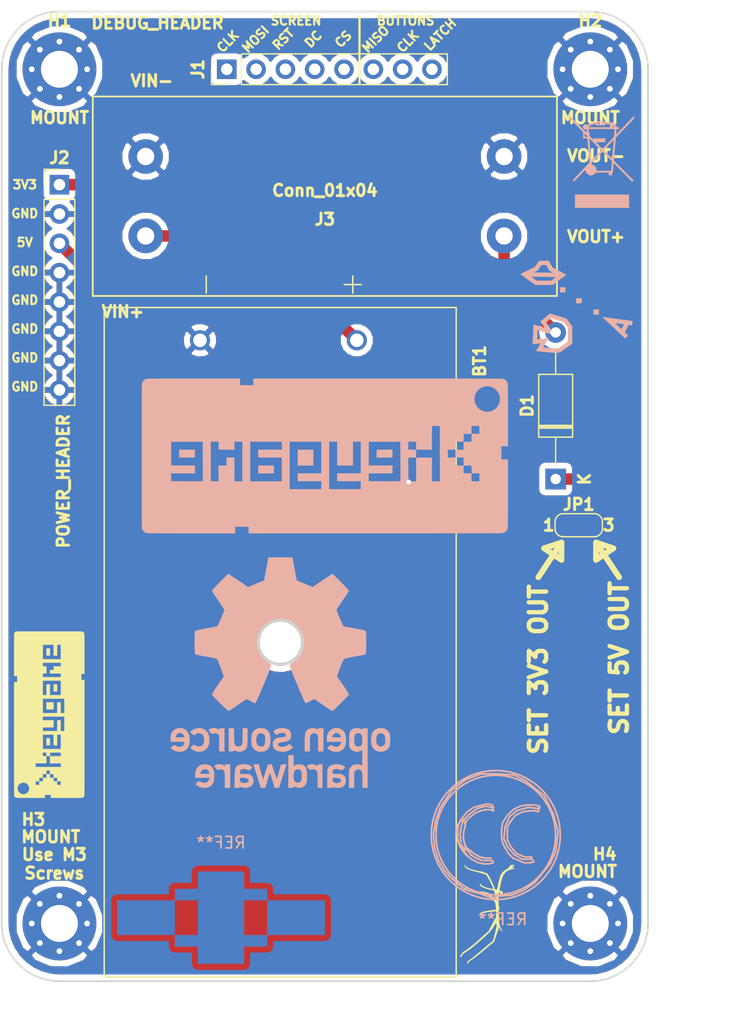
<source format=kicad_pcb>
(kicad_pcb (version 20171130) (host pcbnew 5.0.2+dfsg1-1)
  (layers (0 F.Cu signal) (31 B.Cu signal) (34 B.Paste user) (35 F.Paste user) (36 B.SilkS user) (37 F.SilkS user) (38 B.Mask user) (39 F.Mask user) (44 Edge.Cuts user))
  (net 0 "")
  (net 1 GND)
  (net 2 +3V3)
  (net 3 +5V)
  (net 4 "Net-(BT1-Pad1)")
  (net 5 "Net-(D1-Pad1)")
  (net 6 "Net-(D1-Pad2)")
  (net 7 /SCK)
  (net 8 /MOSI)
  (net 9 /SCREEN_RST)
  (net 10 /SCREEN_DC)
  (net 11 /SCREEN_CS)
  (net 12 /BUTTON_MISO)
  (net 13 /BUTTON_CLK)
  (net 14 /BUTTON_LATCH)
  (module MountingHole:MountingHole_3.2mm_M3_Pad_Via (layer F.Cu) (at 124.44 59.66)
    (fp_text reference H1 (at 0 -4.2) (layer F.SilkS) (effects (font (thickness 0.25))))
    (fp_text value MOUNT (at 0 4.2) (layer F.SilkS) (effects (font (thickness 0.25))))
    (pad 1 thru_hole circle (at 1.697056 -1.697056) (size 0.8 0.8) (drill 0.5) (layers *.Cu *.Mask) (net 1 GND))
    (pad 1 thru_hole circle (at 0 -2.4) (size 0.8 0.8) (drill 0.5) (layers *.Cu *.Mask) (net 1 GND))
    (pad 1 thru_hole circle (at -1.697056 -1.697056) (size 0.8 0.8) (drill 0.5) (layers *.Cu *.Mask) (net 1 GND))
    (pad 1 thru_hole circle (at -2.4 0) (size 0.8 0.8) (drill 0.5) (layers *.Cu *.Mask) (net 1 GND))
    (pad 1 thru_hole circle (at -1.697056 1.697056) (size 0.8 0.8) (drill 0.5) (layers *.Cu *.Mask) (net 1 GND))
    (pad 1 thru_hole circle (at 0 2.4) (size 0.8 0.8) (drill 0.5) (layers *.Cu *.Mask) (net 1 GND))
    (pad 1 thru_hole circle (at 1.697056 1.697056) (size 0.8 0.8) (drill 0.5) (layers *.Cu *.Mask) (net 1 GND))
    (pad 1 thru_hole circle (at 2.4 0) (size 0.8 0.8) (drill 0.5) (layers *.Cu *.Mask) (net 1 GND))
    (pad 1 thru_hole circle (at 0 0) (size 6.4 6.4) (drill 3.2) (layers *.Cu *.Mask) (net 1 GND))
  )
  (module MountingHole:MountingHole_3.2mm_M3_Pad_Via (layer F.Cu) (at 170.44 59.66)
    (fp_text reference H2 (at 0 -4.2) (layer F.SilkS) (effects (font (thickness 0.25))))
    (fp_text value MOUNT (at 0 4.2) (layer F.SilkS) (effects (font (thickness 0.25))))
    (pad 1 thru_hole circle (at 0 0) (size 6.4 6.4) (drill 3.2) (layers *.Cu *.Mask) (net 1 GND))
    (pad 1 thru_hole circle (at 2.4 0) (size 0.8 0.8) (drill 0.5) (layers *.Cu *.Mask) (net 1 GND))
    (pad 1 thru_hole circle (at 1.697056 1.697056) (size 0.8 0.8) (drill 0.5) (layers *.Cu *.Mask) (net 1 GND))
    (pad 1 thru_hole circle (at 0 2.4) (size 0.8 0.8) (drill 0.5) (layers *.Cu *.Mask) (net 1 GND))
    (pad 1 thru_hole circle (at -1.697056 1.697056) (size 0.8 0.8) (drill 0.5) (layers *.Cu *.Mask) (net 1 GND))
    (pad 1 thru_hole circle (at -2.4 0) (size 0.8 0.8) (drill 0.5) (layers *.Cu *.Mask) (net 1 GND))
    (pad 1 thru_hole circle (at -1.697056 -1.697056) (size 0.8 0.8) (drill 0.5) (layers *.Cu *.Mask) (net 1 GND))
    (pad 1 thru_hole circle (at 0 -2.4) (size 0.8 0.8) (drill 0.5) (layers *.Cu *.Mask) (net 1 GND))
    (pad 1 thru_hole circle (at 1.697056 -1.697056) (size 0.8 0.8) (drill 0.5) (layers *.Cu *.Mask) (net 1 GND))
  )
  (module MountingHole:MountingHole_3.2mm_M3_Pad_Via (layer F.Cu) (at 124.44 133.66)
    (fp_text reference H3 (at -2.25 -9) (layer F.SilkS) (effects (font (thickness 0.25))))
    (fp_text value MOUNT (at -0.75 -7.5) (layer F.SilkS) (effects (font (thickness 0.25))))
    (pad 1 thru_hole circle (at 1.697056 -1.697056) (size 0.8 0.8) (drill 0.5) (layers *.Cu *.Mask) (net 1 GND))
    (pad 1 thru_hole circle (at 0 -2.4) (size 0.8 0.8) (drill 0.5) (layers *.Cu *.Mask) (net 1 GND))
    (pad 1 thru_hole circle (at -1.697056 -1.697056) (size 0.8 0.8) (drill 0.5) (layers *.Cu *.Mask) (net 1 GND))
    (pad 1 thru_hole circle (at -2.4 0) (size 0.8 0.8) (drill 0.5) (layers *.Cu *.Mask) (net 1 GND))
    (pad 1 thru_hole circle (at -1.697056 1.697056) (size 0.8 0.8) (drill 0.5) (layers *.Cu *.Mask) (net 1 GND))
    (pad 1 thru_hole circle (at 0 2.4) (size 0.8 0.8) (drill 0.5) (layers *.Cu *.Mask) (net 1 GND))
    (pad 1 thru_hole circle (at 1.697056 1.697056) (size 0.8 0.8) (drill 0.5) (layers *.Cu *.Mask) (net 1 GND))
    (pad 1 thru_hole circle (at 2.4 0) (size 0.8 0.8) (drill 0.5) (layers *.Cu *.Mask) (net 1 GND))
    (pad 1 thru_hole circle (at 0 0) (size 6.4 6.4) (drill 3.2) (layers *.Cu *.Mask) (net 1 GND))
  )
  (module MountingHole:MountingHole_3.2mm_M3_Pad_Via (layer F.Cu) (at 170.44 133.66)
    (fp_text reference H4 (at 1.25 -6) (layer F.SilkS) (effects (font (thickness 0.25))))
    (fp_text value MOUNT (at -0.25 -4.5) (layer F.SilkS) (effects (font (thickness 0.25))))
    (pad 1 thru_hole circle (at 0 0) (size 6.4 6.4) (drill 3.2) (layers *.Cu *.Mask) (net 1 GND))
    (pad 1 thru_hole circle (at 2.4 0) (size 0.8 0.8) (drill 0.5) (layers *.Cu *.Mask) (net 1 GND))
    (pad 1 thru_hole circle (at 1.697056 1.697056) (size 0.8 0.8) (drill 0.5) (layers *.Cu *.Mask) (net 1 GND))
    (pad 1 thru_hole circle (at 0 2.4) (size 0.8 0.8) (drill 0.5) (layers *.Cu *.Mask) (net 1 GND))
    (pad 1 thru_hole circle (at -1.697056 1.697056) (size 0.8 0.8) (drill 0.5) (layers *.Cu *.Mask) (net 1 GND))
    (pad 1 thru_hole circle (at -2.4 0) (size 0.8 0.8) (drill 0.5) (layers *.Cu *.Mask) (net 1 GND))
    (pad 1 thru_hole circle (at -1.697056 -1.697056) (size 0.8 0.8) (drill 0.5) (layers *.Cu *.Mask) (net 1 GND))
    (pad 1 thru_hole circle (at 0 -2.4) (size 0.8 0.8) (drill 0.5) (layers *.Cu *.Mask) (net 1 GND))
    (pad 1 thru_hole circle (at 1.697056 -1.697056) (size 0.8 0.8) (drill 0.5) (layers *.Cu *.Mask) (net 1 GND))
  )
  (module Connector_PinHeader_2.54mm:PinHeader_1x08_P2.54mm_Vertical (layer F.Cu) (at 138.94 59.66 90)
    (fp_text reference J1 (at 0 -2.5 90) (layer F.SilkS) (effects (font (thickness 0.25))))
    (fp_text value DEBUG_HEADER (at 4 -6 180) (layer F.SilkS) (effects (font (thickness 0.25))))
    (pad 1 thru_hole rect (at 0 0 90) (size 1.7 1.7) (drill 1) (layers *.Cu *.Mask) (net 7 /SCK))
    (pad 2 thru_hole oval (at 0 2.54 90) (size 1.7 1.7) (drill 1) (layers *.Cu *.Mask) (net 8 /MOSI))
    (pad 3 thru_hole oval (at 0 5.08 90) (size 1.7 1.7) (drill 1) (layers *.Cu *.Mask) (net 9 /SCREEN_RST))
    (pad 4 thru_hole oval (at 0 7.62 90) (size 1.7 1.7) (drill 1) (layers *.Cu *.Mask) (net 10 /SCREEN_DC))
    (pad 5 thru_hole oval (at 0 10.16 90) (size 1.7 1.7) (drill 1) (layers *.Cu *.Mask) (net 11 /SCREEN_CS))
    (pad 6 thru_hole oval (at 0 12.7 90) (size 1.7 1.7) (drill 1) (layers *.Cu *.Mask) (net 12 /BUTTON_MISO))
    (pad 7 thru_hole oval (at 0 15.24 90) (size 1.7 1.7) (drill 1) (layers *.Cu *.Mask) (net 13 /BUTTON_CLK))
    (pad 8 thru_hole oval (at 0 17.78 90) (size 1.7 1.7) (drill 1) (layers *.Cu *.Mask) (net 14 /BUTTON_LATCH))
  )
  (module Connector_PinHeader_2.54mm:PinHeader_1x08_P2.54mm_Vertical (layer F.Cu) (at 124.44 69.66)
    (fp_text reference J2 (at 0 -2.33) (layer F.SilkS) (effects (font (thickness 0.25))))
    (fp_text value POWER_HEADER (at 0.34 25.68 90) (layer F.SilkS) (effects (font (thickness 0.25))))
    (pad 1 thru_hole rect (at 0 0) (size 1.7 1.7) (drill 1) (layers *.Cu *.Mask) (net 2 +3V3))
    (pad 2 thru_hole oval (at 0 2.54) (size 1.7 1.7) (drill 1) (layers *.Cu *.Mask) (net 1 GND))
    (pad 3 thru_hole oval (at 0 5.08) (size 1.7 1.7) (drill 1) (layers *.Cu *.Mask) (net 3 +5V))
    (pad 4 thru_hole oval (at 0 7.62) (size 1.7 1.7) (drill 1) (layers *.Cu *.Mask) (net 1 GND))
    (pad 5 thru_hole oval (at 0 10.16) (size 1.7 1.7) (drill 1) (layers *.Cu *.Mask) (net 1 GND))
    (pad 6 thru_hole oval (at 0 12.7) (size 1.7 1.7) (drill 1) (layers *.Cu *.Mask) (net 1 GND))
    (pad 7 thru_hole oval (at 0 15.24) (size 1.7 1.7) (drill 1) (layers *.Cu *.Mask) (net 1 GND))
    (pad 8 thru_hole oval (at 0 17.78) (size 1.7 1.7) (drill 1) (layers *.Cu *.Mask) (net 1 GND))
  )
  (module Battery:BatteryHolder_BC2AAPC (layer F.Cu) (at 143.57 109.3 270)
    (fp_text reference BT1 (at -24.365 -17.285 270) (layer F.SilkS) (effects (font (thickness 0.25))))
    (fp_text value Battery)
    (pad 1 thru_hole circle (at -26.16 -6.64 270) (size 1.755 1.755) (drill 1.17) (layers *.Cu *.Mask) (net 4 "Net-(BT1-Pad1)"))
    (pad 2 thru_hole circle (at -26.16 6.95 270) (size 1.755 1.755) (drill 1.17) (layers *.Cu *.Mask) (net 1 GND))
    (pad None np_thru_hole circle (at 0 -0.01 270) (size 3.56 3.56) (drill 3.56) (layers *.Cu *.Mask))
  )
  (module Diode_THT:D_A-405_P12.70mm_Horizontal (layer F.Cu) (at 167.44 95.16 90)
    (fp_text reference D1 (at 6.35 -2.47 90) (layer F.SilkS) (effects (font (thickness 0.25))))
    (fp_text value D)
    (fp_text user K (at 0 2.5 90) (layer F.SilkS) (effects (font (thickness 0.25))))
    (pad 1 thru_hole rect (at 0 0 90) (size 1.8 1.8) (drill 0.9) (layers *.Cu *.Mask) (net 5 "Net-(D1-Pad1)"))
    (pad 2 thru_hole oval (at 12.7 0 90) (size 1.8 1.8) (drill 0.9) (layers *.Cu *.Mask) (net 6 "Net-(D1-Pad2)"))
  )
  (module keygame:MT3608_MODULE (layer F.Cu) (at 147.44 70.66)
    (fp_text reference J3 (at 0 2) (layer F.SilkS) (effects (font (thickness 0.25))))
    (fp_text value Conn_01x04 (at 0 -0.5) (layer F.SilkS) (effects (font (thickness 0.25))))
    (fp_text user VOUT- (at 23.5 -3.5) (layer F.SilkS) (effects (font (thickness 0.25))))
    (fp_text user VOUT+ (at 23.5 3.5) (layer F.SilkS) (effects (font (thickness 0.25))))
    (fp_text user VIN+ (at -17.5 10) (layer F.SilkS) (effects (font (thickness 0.25))))
    (fp_text user VIN- (at -15 -10) (layer F.SilkS) (effects (font (thickness 0.25))))
    (pad 1 thru_hole circle (at 15.53 -3.44) (size 3 3) (drill 1.5) (layers *.Cu *.Mask) (net 1 GND))
    (pad 2 thru_hole circle (at 15.53 3.44) (size 3 3) (drill 1.5) (layers *.Cu *.Mask) (net 6 "Net-(D1-Pad2)"))
    (pad 3 thru_hole circle (at -15.53 3.44) (size 3 3) (drill 1.5) (layers *.Cu *.Mask) (net 4 "Net-(BT1-Pad1)"))
    (pad 4 thru_hole circle (at -15.53 -3.44) (size 3 3) (drill 1.5) (layers *.Cu *.Mask) (net 1 GND))
  )
  (module Jumper:SolderJumper-3_P1.3mm_Bridged2Bar12_RoundedPad1.0x1.5mm_NumberLabels (layer F.Cu) (at 169.44 99.16)
    (fp_text reference JP1 (at 0 -1.8) (layer F.SilkS) (effects (font (thickness 0.25))))
    (fp_text value Jumper_3_Bridged12)
    (fp_text user 3 (at 2.6 0) (layer F.SilkS) (effects (font (thickness 0.25))))
    (fp_text user 1 (at -2.6 0) (layer F.SilkS) (effects (font (thickness 0.25))))
    (pad 1 smd custom (at -1.3 0) (size 1 0.5) (layers F.Cu F.Mask) (net 2 +3V3) (options (clearance outline) (anchor rect)) (primitives (gr_circle (center 0 0.25) (end 0.5 0.25) (width 0)) (gr_circle (center 0 -0.25) (end 0.5 -0.25) (width 0)) (gr_poly (pts (xy 0.55 -0.75) (xy 0 -0.75) (xy 0 0.75) (xy 0.55 0.75)) (width 0)) (gr_poly (pts (xy 0.4 -0.6) (xy 0.9 -0.6) (xy 0.9 -0.2) (xy 0.4 -0.2)) (width 0)) (gr_poly (pts (xy 0.4 0.2) (xy 0.9 0.2) (xy 0.9 0.6) (xy 0.4 0.6)) (width 0))))
    (pad 3 smd custom (at 1.3 0) (size 1 0.5) (layers F.Cu F.Mask) (net 3 +5V) (options (clearance outline) (anchor rect)) (primitives (gr_circle (center 0 0.25) (end 0.5 0.25) (width 0)) (gr_circle (center 0 -0.25) (end 0.5 -0.25) (width 0)) (gr_poly (pts (xy -0.55 -0.75) (xy 0 -0.75) (xy 0 0.75) (xy -0.55 0.75)) (width 0))))
    (pad 2 smd rect (at 0 0) (size 1 1.5) (layers F.Cu F.Mask) (net 5 "Net-(D1-Pad1)"))
  )
  (module keygame:logo-big (layer B.Cu) (at 147.44 93.16 180)
    (fp_text reference G*** hide)
    (fp_text value LOGO hide)
  )
  (module keygame:nugg (layer F.Cu) (at 161.5 132.75 270)
    (fp_text reference G*** hide)
    (fp_text value LOGO hide)
  )
  (module keygame:logo (layer F.Cu) (at 123.56 115.57 90)
    (fp_text reference G*** hide)
    (fp_text value LOGO hide)
  )
  (module keygame:SIG (layer B.Cu) (at 138.44 133.16)
    (fp_text reference REF** (at 0 -6.5) (layer B.SilkS) (effects (justify mirror)))
    (fp_text value SIG)
    (pad "" smd rect (at 0 0) (size 4 8) (layers B.Cu))
    (pad "" smd rect (at 0 2) (size 8 1) (layers B.Cu))
    (pad "" smd rect (at 0 -2) (size 8 1) (layers B.Cu))
    (pad "" smd rect (at -6.5 0 90) (size 3 5) (layers B.Cu))
    (pad "" smd rect (at 6.5 0 90) (size 3 5) (layers B.Cu))
  )
  (module Symbol:OSHW-Logo_19x20mm_SilkScreen (layer B.Cu) (at 143.61 111.92 180)
    (fp_text reference REF** hide)
    (fp_text value OSHW-Logo_19x20mm_SilkScreen hide)
  )
  (module Symbol:Symbol_CreativeCommons_SilkScreenTop_Type2_Big (layer B.Cu) (at 162.25 126)
    (fp_text reference REF** (at 0.59944 7.29996) (layer B.SilkS) (effects (justify mirror)))
    (fp_text value Symbol_CreativeCommons_SilkScreenTop_Type2_Big)
  )
  (module Symbol:WEEE-Logo_5.6x8mm_SilkScreen (layer B.Cu) (at 171.44 67.66 180)
    (fp_text reference REF** hide)
    (fp_text value WEEE-Logo_5.6x8mm_SilkScreen hide)
  )
  (module keygame:asteroids (layer B.Cu) (at 169.25 80.25 180)
    (fp_text reference G*** hide)
    (fp_text value LOGO hide)
  )
  (gr_circle (center 143.59 109.31) (end 145.09 110.31) (layer Edge.Cuts) (width 0.5))
  (gr_line (start 172.44 101.16) (end 170.94 100.66) (layer F.SilkS) (width 0.5))
  (gr_line (start 170.94 102.16) (end 172.44 101.16) (layer F.SilkS) (width 0.5))
  (gr_line (start 170.94 100.66) (end 170.94 102.16) (layer F.SilkS) (width 0.5))
  (gr_line (start 166.44 101.16) (end 167.94 100.66) (layer F.SilkS) (width 0.5))
  (gr_line (start 167.94 102.16) (end 166.44 101.16) (layer F.SilkS) (width 0.5))
  (gr_line (start 167.94 100.66) (end 167.94 102.16) (layer F.SilkS) (width 0.5))
  (gr_line (start 172.94 103.66) (end 170.94 100.66) (layer F.SilkS) (width 0.5))
  (gr_line (start 165.94 103.66) (end 167.94 100.66) (layer F.SilkS) (width 0.5))
  (gr_text "SET 5V OUT" (at 172.94 110.66 90) (layer F.SilkS) (effects (font (size 1.5 1.5) (thickness 0.375))))
  (gr_text "SET 3V3 OUT" (at 165.94 111.66 90) (layer F.SilkS) (effects (font (size 1.5 1.5) (thickness 0.375))))
  (gr_text 5V (at 121.44 74.66) (layer F.SilkS) (effects (font (size 0.75 0.75) (thickness 0.1875))))
  (gr_text GND (at 121.44 87.16) (layer F.SilkS) (effects (font (size 0.75 0.75) (thickness 0.1875))))
  (gr_text GND (at 121.44 84.66) (layer F.SilkS) (effects (font (size 0.75 0.75) (thickness 0.1875))))
  (gr_text GND (at 121.44 82.16) (layer F.SilkS) (effects (font (size 0.75 0.75) (thickness 0.1875))))
  (gr_text GND (at 121.44 79.66) (layer F.SilkS) (effects (font (size 0.75 0.75) (thickness 0.1875))))
  (gr_text GND (at 121.44 77.16) (layer F.SilkS) (effects (font (size 0.75 0.75) (thickness 0.1875))))
  (gr_text GND (at 121.44 72.16) (layer F.SilkS) (effects (font (size 0.75 0.75) (thickness 0.1875))))
  (gr_text 3V3 (at 121.44 69.66) (layer F.SilkS) (effects (font (size 0.75 0.75) (thickness 0.1875))))
  (gr_text "Use M3\nScrews" (at 124 128.5) (layer F.SilkS) (effects (font (size 1 1) (thickness 0.25))))
  (gr_text LATCH (at 157.44 56.66 45) (layer F.SilkS) (effects (font (size 0.75 0.75) (thickness 0.1875))))
  (gr_text MISO (at 151.84 57.06 45) (layer F.SilkS) (effects (font (size 0.75 0.75) (thickness 0.1875))))
  (gr_text CLK (at 154.64 57.26 45) (layer F.SilkS) (effects (font (size 0.75 0.75) (thickness 0.1875))))
  (gr_text CS (at 149.04 57.06 45) (layer F.SilkS) (effects (font (size 0.75 0.75) (thickness 0.1875))))
  (gr_text DC (at 146.44 57.06 45) (layer F.SilkS) (effects (font (size 0.75 0.75) (thickness 0.1875))))
  (gr_text RST (at 143.84 57.06 45) (layer F.SilkS) (effects (font (size 0.75 0.75) (thickness 0.1875))))
  (gr_text MOSI (at 141.44 57.06 45) (layer F.SilkS) (effects (font (size 0.75 0.75) (thickness 0.1875))))
  (gr_text CLK (at 139.04 57.26 45) (layer F.SilkS) (effects (font (size 0.75 0.75) (thickness 0.1875))))
  (gr_text SCREEN (at 144.94 55.46) (layer F.SilkS) (effects (font (size 0.75 0.75) (thickness 0.1875))))
  (gr_text BUTTONS (at 154.44 55.46) (layer F.SilkS) (effects (font (size 0.75 0.75) (thickness 0.1875))))
  (gr_line (start 150.44 60.86) (end 150.44 55.06) (layer F.SilkS) (width 0.2))
  (gr_line (start 124.44 54.66) (end 170.44 54.66) (layer Edge.Cuts) (width 0.15))
  (gr_line (start 124.44 138.66) (end 170.44 138.66) (layer Edge.Cuts) (width 0.15))
  (gr_line (start 175.44 133.66) (end 175.44 59.66) (layer Edge.Cuts) (width 0.15))
  (gr_line (start 119.44 59.66) (end 119.44 133.66) (layer Edge.Cuts) (width 0.15))
  (gr_arc (start 170.44 59.66) (end 175.44 59.66) (angle -90) (layer Edge.Cuts) (width 0.15))
  (gr_arc (start 170.44 133.66) (end 170.44 138.66) (angle -90) (layer Edge.Cuts) (width 0.15))
  (gr_arc (start 124.44 133.66) (end 119.44 133.66) (angle -90) (layer Edge.Cuts) (width 0.15))
  (gr_arc (start 124.44 59.66) (end 124.44 54.66) (angle -90) (layer Edge.Cuts) (width 0.15))
  (via (at 154.7 95.41) (size 0.8) (drill 0.4) (layers F.Cu B.Cu) (net 1))
  (segment (start 124.44 69.831998) (end 124.44 69.66) (width 1) (layer F.Cu) (net 2))
  (segment (start 126.29 69.66) (end 124.44 69.66) (width 1) (layer F.Cu) (net 2))
  (segment (start 168.14 99.16) (end 132.91001 99.16) (width 1) (layer F.Cu) (net 2))
  (segment (start 130.25001 96.5) (end 130.25001 78.75001) (width 1) (layer F.Cu) (net 2))
  (segment (start 132.91001 99.16) (end 130.25001 96.5) (width 1) (layer F.Cu) (net 2))
  (segment (start 127 75.5) (end 127 70.37) (width 1) (layer F.Cu) (net 2))
  (segment (start 130.25001 78.75001) (end 127 75.5) (width 1) (layer F.Cu) (net 2))
  (segment (start 127 70.37) (end 126.29 69.66) (width 1) (layer F.Cu) (net 2))
  (segment (start 170.74 100.007592) (end 170.74 99.16) (width 1) (layer F.Cu) (net 3))
  (segment (start 129 79.3) (end 129 97.75) (width 1) (layer F.Cu) (net 3))
  (segment (start 124.44 74.74) (end 129 79.3) (width 1) (layer F.Cu) (net 3))
  (segment (start 129 97.75) (end 131.91 100.66) (width 1) (layer F.Cu) (net 3))
  (segment (start 170.74 100.460002) (end 170.74 100.007592) (width 1) (layer F.Cu) (net 3))
  (segment (start 131.91 100.66) (end 170.540001 100.660001) (width 1) (layer F.Cu) (net 3))
  (segment (start 170.540001 100.660001) (end 170.74 100.460002) (width 1) (layer F.Cu) (net 3))
  (segment (start 141.17 74.1) (end 150.21 83.14) (width 1) (layer F.Cu) (net 4))
  (segment (start 131.91 74.1) (end 141.17 74.1) (width 1) (layer F.Cu) (net 4))
  (segment (start 169.54001 98.352886) (end 169.54001 99.16) (width 0.5) (layer F.Cu) (net 5))
  (segment (start 169.54001 95.86001) (end 169.54001 98.352886) (width 0.5) (layer F.Cu) (net 5))
  (segment (start 168.84 95.16) (end 169.54001 95.86001) (width 0.5) (layer F.Cu) (net 5))
  (segment (start 167.44 95.16) (end 168.84 95.16) (width 0.5) (layer F.Cu) (net 5))
  (segment (start 169.44 95.26) (end 169.44 97.899324) (width 1) (layer F.Cu) (net 5))
  (segment (start 169.34 95.16) (end 169.44 95.26) (width 1) (layer F.Cu) (net 5))
  (segment (start 167.44 95.16) (end 169.34 95.16) (width 1) (layer F.Cu) (net 5))
  (segment (start 169.44 99.16) (end 169.44 98.429654) (width 0.25) (layer F.Cu) (net 5))
  (segment (start 169.44 98.429654) (end 169.100346 98.09) (width 0.25) (layer F.Cu) (net 5))
  (segment (start 169.44 97.899324) (end 169.44 97.91) (width 0.25) (layer F.Cu) (net 5))
  (segment (start 169.44 97.91) (end 169.180173 98.169827) (width 0.25) (layer F.Cu) (net 5))
  (segment (start 169.180173 98.169827) (end 169.260173 98.249827) (width 0.25) (layer F.Cu) (net 5))
  (segment (start 169.260173 98.249827) (end 169.305173 98.294827) (width 0.25) (layer F.Cu) (net 5))
  (segment (start 169.44 99.16) (end 169.44 98.68) (width 0.25) (layer F.Cu) (net 5))
  (segment (start 169.44 98.68) (end 169.81499 98.30501) (width 0.25) (layer F.Cu) (net 5))
  (segment (start 169.81499 98.274314) (end 169.44 97.899324) (width 0.25) (layer F.Cu) (net 5))
  (segment (start 169.81499 98.30501) (end 169.81499 98.274314) (width 0.25) (layer F.Cu) (net 5))
  (segment (start 169.44 97.899324) (end 169.619324 97.899324) (width 0.25) (layer F.Cu) (net 5))
  (segment (start 162.97 77.99) (end 167.44 82.46) (width 1) (layer F.Cu) (net 6))
  (segment (start 162.97 74.1) (end 162.97 77.99) (width 1) (layer F.Cu) (net 6))
  (zone (net 1) (net_name GND) (layer B.Cu) (connect_pads (clearance 0.508)) (min_thickness 0.254) (fill yes (arc_segments 16) (thermal_gap 0.508) (thermal_bridge_width 0.508))
    (polygon (pts (xy 119.44 54.66) (xy 176.44 54.66) (xy 176.44 138.66) (xy 119.44 138.66)))
  )
  (zone (net 1) (net_name GND) (layer F.Cu) (connect_pads (clearance 0.508)) (min_thickness 0.254) (fill yes (arc_segments 16) (thermal_gap 0.508) (thermal_bridge_width 0.508))
    (polygon (pts (xy 119.44 53.66) (xy 177.44 53.66) (xy 177.44 139.66) (xy 119.44 139.66)))
  )
)
</source>
